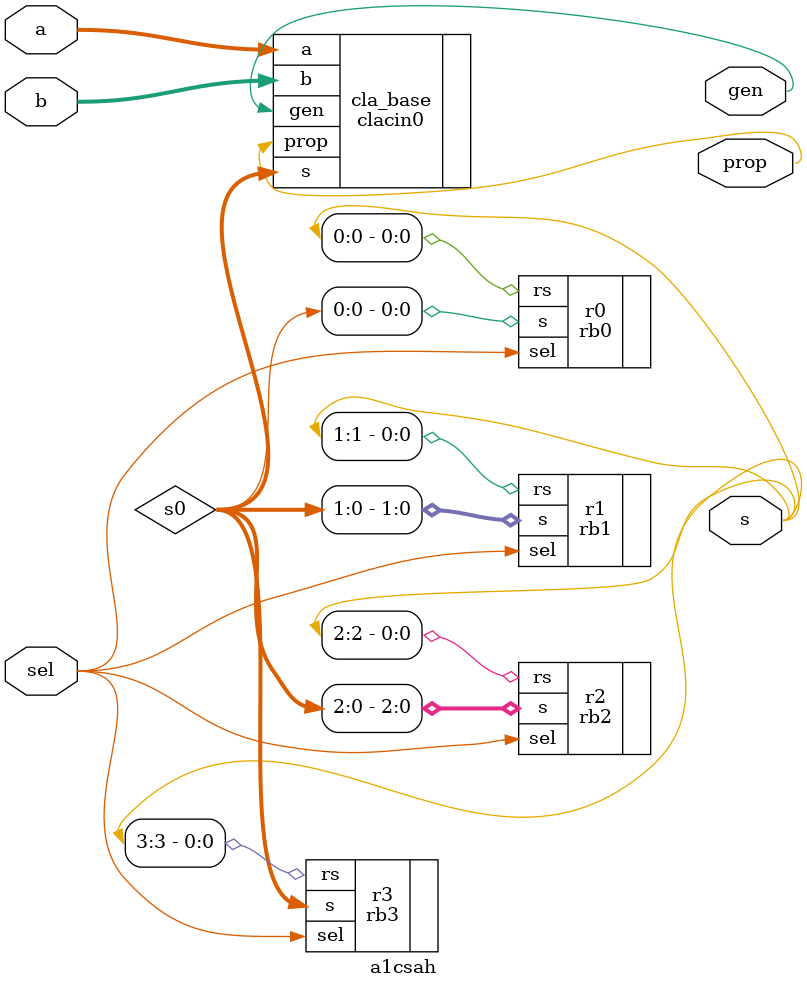
<source format=v>


// Unless required by applicable law or agreed to in writing, software
// distributed under the License is distributed on an "AS IS" BASIS,
// WITHOUT WARRANTIES OR CONDITIONS OF ANY KIND, either express or implied.
// See the License for the specific language governing permissions and
// limitations under the License.
//
//-----------------------------------------------------
// Design Name : a1csah
// File Name   : a1csah.v
// Function    : Hierarchical Add One Carry Select Adder for 4 bits
// Coder       : Jucemar Monteiro
//-----------------------------------------------------

module a1csah (sel,a,b,s,gen,prop);
	parameter n = 4;
	input  sel;	
	input  [n-1:0] a;
	input  [n-1:0] b;
	output  [n-1:0] s;
	output  gen;
	output  prop;
	
	wire [n-1:0] s0,rs,carry;

	clacin0 cla_base (.a(a[n-1:0]),.b(b[n-1:0]),.s(s0[n-1:0]),.gen(gen),.prop(prop));

	rb0 r0 (.sel(sel),.s(s0[0]),.rs(s[0]));
	rb1 r1 (.sel(sel),.s(s0[1:0]),.rs(s[1]));
	rb2 r2 (.sel(sel),.s(s0[2:0]),.rs(s[2]));
	rb3 r3 (.sel(sel),.s(s0[3:0]),.rs(s[3]));
endmodule

</source>
